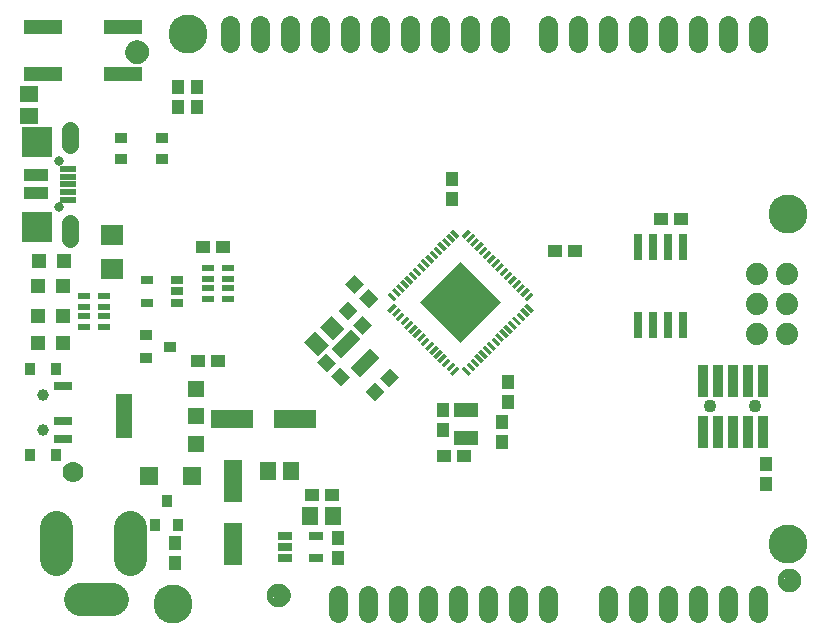
<source format=gbr>
G04 EAGLE Gerber RS-274X export*
G75*
%MOMM*%
%FSLAX34Y34*%
%LPD*%
%INSoldermask Top*%
%IPPOS*%
%AMOC8*
5,1,8,0,0,1.08239X$1,22.5*%
G01*
%ADD10C,3.301600*%
%ADD11C,1.879600*%
%ADD12C,1.601600*%
%ADD13R,1.341600X1.601600*%
%ADD14R,1.501600X3.657600*%
%ADD15R,3.657600X1.501600*%
%ADD16R,1.301600X1.301600*%
%ADD17R,1.501600X1.501600*%
%ADD18C,1.101600*%
%ADD19C,0.500000*%
%ADD20R,1.301600X0.651600*%
%ADD21R,1.401600X1.401600*%
%ADD22R,1.401600X3.701600*%
%ADD23R,1.176600X1.101600*%
%ADD24R,0.889000X0.990600*%
%ADD25R,1.101600X1.176600*%
%ADD26C,0.801600*%
%ADD27R,2.514600X2.514600*%
%ADD28C,1.409600*%
%ADD29R,2.101600X1.101600*%
%ADD30R,1.450000X0.500000*%
%ADD31R,1.904600X1.701600*%
%ADD32R,3.301600X1.301600*%
%ADD33R,1.601600X1.341600*%
%ADD34C,1.778000*%
%ADD35R,0.990600X0.889000*%
%ADD36R,1.091600X0.791600*%
%ADD37R,1.001600X0.551600*%
%ADD38R,0.861600X2.701600*%
%ADD39R,0.701600X2.301600*%
%ADD40R,1.101600X0.951600*%
%ADD41R,0.801600X0.321600*%
%ADD42R,4.801600X4.801600*%
%ADD43R,1.117600X2.301600*%
%ADD44R,2.001600X1.201600*%
%ADD45C,2.801600*%
%ADD46R,0.901600X1.101600*%
%ADD47R,1.601600X0.801600*%
%ADD48C,1.001600*%


D10*
X660400Y355600D03*
X660400Y76200D03*
X152400Y508000D03*
X139700Y25400D03*
D11*
X659130Y304800D03*
X659130Y279400D03*
X659130Y254000D03*
X633730Y304800D03*
X633730Y279400D03*
X633730Y254000D03*
D12*
X508000Y32900D02*
X508000Y17900D01*
X533400Y17900D02*
X533400Y32900D01*
X558800Y32900D02*
X558800Y17900D01*
X584200Y17900D02*
X584200Y32900D01*
X609600Y32900D02*
X609600Y17900D01*
X635000Y17900D02*
X635000Y32900D01*
D13*
X239370Y138430D03*
X220370Y138430D03*
D14*
X190754Y76330D03*
X190754Y129410D03*
D15*
X242440Y182626D03*
X189360Y182626D03*
D16*
X46060Y246380D03*
X25060Y246380D03*
D17*
X155914Y133858D03*
X118914Y133858D03*
D18*
X109220Y492760D03*
D19*
X109220Y500260D02*
X109039Y500258D01*
X108858Y500251D01*
X108677Y500240D01*
X108496Y500225D01*
X108316Y500205D01*
X108136Y500181D01*
X107957Y500153D01*
X107779Y500120D01*
X107602Y500083D01*
X107425Y500042D01*
X107250Y499997D01*
X107075Y499947D01*
X106902Y499893D01*
X106731Y499835D01*
X106560Y499773D01*
X106392Y499706D01*
X106225Y499636D01*
X106059Y499562D01*
X105896Y499483D01*
X105735Y499401D01*
X105575Y499315D01*
X105418Y499225D01*
X105263Y499131D01*
X105110Y499034D01*
X104960Y498932D01*
X104812Y498828D01*
X104666Y498719D01*
X104524Y498608D01*
X104384Y498492D01*
X104247Y498374D01*
X104112Y498252D01*
X103981Y498127D01*
X103853Y497999D01*
X103728Y497868D01*
X103606Y497733D01*
X103488Y497596D01*
X103372Y497456D01*
X103261Y497314D01*
X103152Y497168D01*
X103048Y497020D01*
X102946Y496870D01*
X102849Y496717D01*
X102755Y496562D01*
X102665Y496405D01*
X102579Y496245D01*
X102497Y496084D01*
X102418Y495921D01*
X102344Y495755D01*
X102274Y495588D01*
X102207Y495420D01*
X102145Y495249D01*
X102087Y495078D01*
X102033Y494905D01*
X101983Y494730D01*
X101938Y494555D01*
X101897Y494378D01*
X101860Y494201D01*
X101827Y494023D01*
X101799Y493844D01*
X101775Y493664D01*
X101755Y493484D01*
X101740Y493303D01*
X101729Y493122D01*
X101722Y492941D01*
X101720Y492760D01*
X109220Y500260D02*
X109401Y500258D01*
X109582Y500251D01*
X109763Y500240D01*
X109944Y500225D01*
X110124Y500205D01*
X110304Y500181D01*
X110483Y500153D01*
X110661Y500120D01*
X110838Y500083D01*
X111015Y500042D01*
X111190Y499997D01*
X111365Y499947D01*
X111538Y499893D01*
X111709Y499835D01*
X111880Y499773D01*
X112048Y499706D01*
X112215Y499636D01*
X112381Y499562D01*
X112544Y499483D01*
X112705Y499401D01*
X112865Y499315D01*
X113022Y499225D01*
X113177Y499131D01*
X113330Y499034D01*
X113480Y498932D01*
X113628Y498828D01*
X113774Y498719D01*
X113916Y498608D01*
X114056Y498492D01*
X114193Y498374D01*
X114328Y498252D01*
X114459Y498127D01*
X114587Y497999D01*
X114712Y497868D01*
X114834Y497733D01*
X114952Y497596D01*
X115068Y497456D01*
X115179Y497314D01*
X115288Y497168D01*
X115392Y497020D01*
X115494Y496870D01*
X115591Y496717D01*
X115685Y496562D01*
X115775Y496405D01*
X115861Y496245D01*
X115943Y496084D01*
X116022Y495921D01*
X116096Y495755D01*
X116166Y495588D01*
X116233Y495420D01*
X116295Y495249D01*
X116353Y495078D01*
X116407Y494905D01*
X116457Y494730D01*
X116502Y494555D01*
X116543Y494378D01*
X116580Y494201D01*
X116613Y494023D01*
X116641Y493844D01*
X116665Y493664D01*
X116685Y493484D01*
X116700Y493303D01*
X116711Y493122D01*
X116718Y492941D01*
X116720Y492760D01*
X116718Y492579D01*
X116711Y492398D01*
X116700Y492217D01*
X116685Y492036D01*
X116665Y491856D01*
X116641Y491676D01*
X116613Y491497D01*
X116580Y491319D01*
X116543Y491142D01*
X116502Y490965D01*
X116457Y490790D01*
X116407Y490615D01*
X116353Y490442D01*
X116295Y490271D01*
X116233Y490100D01*
X116166Y489932D01*
X116096Y489765D01*
X116022Y489599D01*
X115943Y489436D01*
X115861Y489275D01*
X115775Y489115D01*
X115685Y488958D01*
X115591Y488803D01*
X115494Y488650D01*
X115392Y488500D01*
X115288Y488352D01*
X115179Y488206D01*
X115068Y488064D01*
X114952Y487924D01*
X114834Y487787D01*
X114712Y487652D01*
X114587Y487521D01*
X114459Y487393D01*
X114328Y487268D01*
X114193Y487146D01*
X114056Y487028D01*
X113916Y486912D01*
X113774Y486801D01*
X113628Y486692D01*
X113480Y486588D01*
X113330Y486486D01*
X113177Y486389D01*
X113022Y486295D01*
X112865Y486205D01*
X112705Y486119D01*
X112544Y486037D01*
X112381Y485958D01*
X112215Y485884D01*
X112048Y485814D01*
X111880Y485747D01*
X111709Y485685D01*
X111538Y485627D01*
X111365Y485573D01*
X111190Y485523D01*
X111015Y485478D01*
X110838Y485437D01*
X110661Y485400D01*
X110483Y485367D01*
X110304Y485339D01*
X110124Y485315D01*
X109944Y485295D01*
X109763Y485280D01*
X109582Y485269D01*
X109401Y485262D01*
X109220Y485260D01*
X109039Y485262D01*
X108858Y485269D01*
X108677Y485280D01*
X108496Y485295D01*
X108316Y485315D01*
X108136Y485339D01*
X107957Y485367D01*
X107779Y485400D01*
X107602Y485437D01*
X107425Y485478D01*
X107250Y485523D01*
X107075Y485573D01*
X106902Y485627D01*
X106731Y485685D01*
X106560Y485747D01*
X106392Y485814D01*
X106225Y485884D01*
X106059Y485958D01*
X105896Y486037D01*
X105735Y486119D01*
X105575Y486205D01*
X105418Y486295D01*
X105263Y486389D01*
X105110Y486486D01*
X104960Y486588D01*
X104812Y486692D01*
X104666Y486801D01*
X104524Y486912D01*
X104384Y487028D01*
X104247Y487146D01*
X104112Y487268D01*
X103981Y487393D01*
X103853Y487521D01*
X103728Y487652D01*
X103606Y487787D01*
X103488Y487924D01*
X103372Y488064D01*
X103261Y488206D01*
X103152Y488352D01*
X103048Y488500D01*
X102946Y488650D01*
X102849Y488803D01*
X102755Y488958D01*
X102665Y489115D01*
X102579Y489275D01*
X102497Y489436D01*
X102418Y489599D01*
X102344Y489765D01*
X102274Y489932D01*
X102207Y490100D01*
X102145Y490271D01*
X102087Y490442D01*
X102033Y490615D01*
X101983Y490790D01*
X101938Y490965D01*
X101897Y491142D01*
X101860Y491319D01*
X101827Y491497D01*
X101799Y491676D01*
X101775Y491856D01*
X101755Y492036D01*
X101740Y492217D01*
X101729Y492398D01*
X101722Y492579D01*
X101720Y492760D01*
D18*
X661590Y45490D03*
D19*
X661590Y52990D02*
X661409Y52988D01*
X661228Y52981D01*
X661047Y52970D01*
X660866Y52955D01*
X660686Y52935D01*
X660506Y52911D01*
X660327Y52883D01*
X660149Y52850D01*
X659972Y52813D01*
X659795Y52772D01*
X659620Y52727D01*
X659445Y52677D01*
X659272Y52623D01*
X659101Y52565D01*
X658930Y52503D01*
X658762Y52436D01*
X658595Y52366D01*
X658429Y52292D01*
X658266Y52213D01*
X658105Y52131D01*
X657945Y52045D01*
X657788Y51955D01*
X657633Y51861D01*
X657480Y51764D01*
X657330Y51662D01*
X657182Y51558D01*
X657036Y51449D01*
X656894Y51338D01*
X656754Y51222D01*
X656617Y51104D01*
X656482Y50982D01*
X656351Y50857D01*
X656223Y50729D01*
X656098Y50598D01*
X655976Y50463D01*
X655858Y50326D01*
X655742Y50186D01*
X655631Y50044D01*
X655522Y49898D01*
X655418Y49750D01*
X655316Y49600D01*
X655219Y49447D01*
X655125Y49292D01*
X655035Y49135D01*
X654949Y48975D01*
X654867Y48814D01*
X654788Y48651D01*
X654714Y48485D01*
X654644Y48318D01*
X654577Y48150D01*
X654515Y47979D01*
X654457Y47808D01*
X654403Y47635D01*
X654353Y47460D01*
X654308Y47285D01*
X654267Y47108D01*
X654230Y46931D01*
X654197Y46753D01*
X654169Y46574D01*
X654145Y46394D01*
X654125Y46214D01*
X654110Y46033D01*
X654099Y45852D01*
X654092Y45671D01*
X654090Y45490D01*
X661590Y52990D02*
X661771Y52988D01*
X661952Y52981D01*
X662133Y52970D01*
X662314Y52955D01*
X662494Y52935D01*
X662674Y52911D01*
X662853Y52883D01*
X663031Y52850D01*
X663208Y52813D01*
X663385Y52772D01*
X663560Y52727D01*
X663735Y52677D01*
X663908Y52623D01*
X664079Y52565D01*
X664250Y52503D01*
X664418Y52436D01*
X664585Y52366D01*
X664751Y52292D01*
X664914Y52213D01*
X665075Y52131D01*
X665235Y52045D01*
X665392Y51955D01*
X665547Y51861D01*
X665700Y51764D01*
X665850Y51662D01*
X665998Y51558D01*
X666144Y51449D01*
X666286Y51338D01*
X666426Y51222D01*
X666563Y51104D01*
X666698Y50982D01*
X666829Y50857D01*
X666957Y50729D01*
X667082Y50598D01*
X667204Y50463D01*
X667322Y50326D01*
X667438Y50186D01*
X667549Y50044D01*
X667658Y49898D01*
X667762Y49750D01*
X667864Y49600D01*
X667961Y49447D01*
X668055Y49292D01*
X668145Y49135D01*
X668231Y48975D01*
X668313Y48814D01*
X668392Y48651D01*
X668466Y48485D01*
X668536Y48318D01*
X668603Y48150D01*
X668665Y47979D01*
X668723Y47808D01*
X668777Y47635D01*
X668827Y47460D01*
X668872Y47285D01*
X668913Y47108D01*
X668950Y46931D01*
X668983Y46753D01*
X669011Y46574D01*
X669035Y46394D01*
X669055Y46214D01*
X669070Y46033D01*
X669081Y45852D01*
X669088Y45671D01*
X669090Y45490D01*
X669088Y45309D01*
X669081Y45128D01*
X669070Y44947D01*
X669055Y44766D01*
X669035Y44586D01*
X669011Y44406D01*
X668983Y44227D01*
X668950Y44049D01*
X668913Y43872D01*
X668872Y43695D01*
X668827Y43520D01*
X668777Y43345D01*
X668723Y43172D01*
X668665Y43001D01*
X668603Y42830D01*
X668536Y42662D01*
X668466Y42495D01*
X668392Y42329D01*
X668313Y42166D01*
X668231Y42005D01*
X668145Y41845D01*
X668055Y41688D01*
X667961Y41533D01*
X667864Y41380D01*
X667762Y41230D01*
X667658Y41082D01*
X667549Y40936D01*
X667438Y40794D01*
X667322Y40654D01*
X667204Y40517D01*
X667082Y40382D01*
X666957Y40251D01*
X666829Y40123D01*
X666698Y39998D01*
X666563Y39876D01*
X666426Y39758D01*
X666286Y39642D01*
X666144Y39531D01*
X665998Y39422D01*
X665850Y39318D01*
X665700Y39216D01*
X665547Y39119D01*
X665392Y39025D01*
X665235Y38935D01*
X665075Y38849D01*
X664914Y38767D01*
X664751Y38688D01*
X664585Y38614D01*
X664418Y38544D01*
X664250Y38477D01*
X664079Y38415D01*
X663908Y38357D01*
X663735Y38303D01*
X663560Y38253D01*
X663385Y38208D01*
X663208Y38167D01*
X663031Y38130D01*
X662853Y38097D01*
X662674Y38069D01*
X662494Y38045D01*
X662314Y38025D01*
X662133Y38010D01*
X661952Y37999D01*
X661771Y37992D01*
X661590Y37990D01*
X661409Y37992D01*
X661228Y37999D01*
X661047Y38010D01*
X660866Y38025D01*
X660686Y38045D01*
X660506Y38069D01*
X660327Y38097D01*
X660149Y38130D01*
X659972Y38167D01*
X659795Y38208D01*
X659620Y38253D01*
X659445Y38303D01*
X659272Y38357D01*
X659101Y38415D01*
X658930Y38477D01*
X658762Y38544D01*
X658595Y38614D01*
X658429Y38688D01*
X658266Y38767D01*
X658105Y38849D01*
X657945Y38935D01*
X657788Y39025D01*
X657633Y39119D01*
X657480Y39216D01*
X657330Y39318D01*
X657182Y39422D01*
X657036Y39531D01*
X656894Y39642D01*
X656754Y39758D01*
X656617Y39876D01*
X656482Y39998D01*
X656351Y40123D01*
X656223Y40251D01*
X656098Y40382D01*
X655976Y40517D01*
X655858Y40654D01*
X655742Y40794D01*
X655631Y40936D01*
X655522Y41082D01*
X655418Y41230D01*
X655316Y41380D01*
X655219Y41533D01*
X655125Y41688D01*
X655035Y41845D01*
X654949Y42005D01*
X654867Y42166D01*
X654788Y42329D01*
X654714Y42495D01*
X654644Y42662D01*
X654577Y42830D01*
X654515Y43001D01*
X654457Y43172D01*
X654403Y43345D01*
X654353Y43520D01*
X654308Y43695D01*
X654267Y43872D01*
X654230Y44049D01*
X654197Y44227D01*
X654169Y44406D01*
X654145Y44586D01*
X654125Y44766D01*
X654110Y44947D01*
X654099Y45128D01*
X654092Y45309D01*
X654090Y45490D01*
D18*
X229070Y32830D03*
D19*
X229070Y40330D02*
X228889Y40328D01*
X228708Y40321D01*
X228527Y40310D01*
X228346Y40295D01*
X228166Y40275D01*
X227986Y40251D01*
X227807Y40223D01*
X227629Y40190D01*
X227452Y40153D01*
X227275Y40112D01*
X227100Y40067D01*
X226925Y40017D01*
X226752Y39963D01*
X226581Y39905D01*
X226410Y39843D01*
X226242Y39776D01*
X226075Y39706D01*
X225909Y39632D01*
X225746Y39553D01*
X225585Y39471D01*
X225425Y39385D01*
X225268Y39295D01*
X225113Y39201D01*
X224960Y39104D01*
X224810Y39002D01*
X224662Y38898D01*
X224516Y38789D01*
X224374Y38678D01*
X224234Y38562D01*
X224097Y38444D01*
X223962Y38322D01*
X223831Y38197D01*
X223703Y38069D01*
X223578Y37938D01*
X223456Y37803D01*
X223338Y37666D01*
X223222Y37526D01*
X223111Y37384D01*
X223002Y37238D01*
X222898Y37090D01*
X222796Y36940D01*
X222699Y36787D01*
X222605Y36632D01*
X222515Y36475D01*
X222429Y36315D01*
X222347Y36154D01*
X222268Y35991D01*
X222194Y35825D01*
X222124Y35658D01*
X222057Y35490D01*
X221995Y35319D01*
X221937Y35148D01*
X221883Y34975D01*
X221833Y34800D01*
X221788Y34625D01*
X221747Y34448D01*
X221710Y34271D01*
X221677Y34093D01*
X221649Y33914D01*
X221625Y33734D01*
X221605Y33554D01*
X221590Y33373D01*
X221579Y33192D01*
X221572Y33011D01*
X221570Y32830D01*
X229070Y40330D02*
X229251Y40328D01*
X229432Y40321D01*
X229613Y40310D01*
X229794Y40295D01*
X229974Y40275D01*
X230154Y40251D01*
X230333Y40223D01*
X230511Y40190D01*
X230688Y40153D01*
X230865Y40112D01*
X231040Y40067D01*
X231215Y40017D01*
X231388Y39963D01*
X231559Y39905D01*
X231730Y39843D01*
X231898Y39776D01*
X232065Y39706D01*
X232231Y39632D01*
X232394Y39553D01*
X232555Y39471D01*
X232715Y39385D01*
X232872Y39295D01*
X233027Y39201D01*
X233180Y39104D01*
X233330Y39002D01*
X233478Y38898D01*
X233624Y38789D01*
X233766Y38678D01*
X233906Y38562D01*
X234043Y38444D01*
X234178Y38322D01*
X234309Y38197D01*
X234437Y38069D01*
X234562Y37938D01*
X234684Y37803D01*
X234802Y37666D01*
X234918Y37526D01*
X235029Y37384D01*
X235138Y37238D01*
X235242Y37090D01*
X235344Y36940D01*
X235441Y36787D01*
X235535Y36632D01*
X235625Y36475D01*
X235711Y36315D01*
X235793Y36154D01*
X235872Y35991D01*
X235946Y35825D01*
X236016Y35658D01*
X236083Y35490D01*
X236145Y35319D01*
X236203Y35148D01*
X236257Y34975D01*
X236307Y34800D01*
X236352Y34625D01*
X236393Y34448D01*
X236430Y34271D01*
X236463Y34093D01*
X236491Y33914D01*
X236515Y33734D01*
X236535Y33554D01*
X236550Y33373D01*
X236561Y33192D01*
X236568Y33011D01*
X236570Y32830D01*
X236568Y32649D01*
X236561Y32468D01*
X236550Y32287D01*
X236535Y32106D01*
X236515Y31926D01*
X236491Y31746D01*
X236463Y31567D01*
X236430Y31389D01*
X236393Y31212D01*
X236352Y31035D01*
X236307Y30860D01*
X236257Y30685D01*
X236203Y30512D01*
X236145Y30341D01*
X236083Y30170D01*
X236016Y30002D01*
X235946Y29835D01*
X235872Y29669D01*
X235793Y29506D01*
X235711Y29345D01*
X235625Y29185D01*
X235535Y29028D01*
X235441Y28873D01*
X235344Y28720D01*
X235242Y28570D01*
X235138Y28422D01*
X235029Y28276D01*
X234918Y28134D01*
X234802Y27994D01*
X234684Y27857D01*
X234562Y27722D01*
X234437Y27591D01*
X234309Y27463D01*
X234178Y27338D01*
X234043Y27216D01*
X233906Y27098D01*
X233766Y26982D01*
X233624Y26871D01*
X233478Y26762D01*
X233330Y26658D01*
X233180Y26556D01*
X233027Y26459D01*
X232872Y26365D01*
X232715Y26275D01*
X232555Y26189D01*
X232394Y26107D01*
X232231Y26028D01*
X232065Y25954D01*
X231898Y25884D01*
X231730Y25817D01*
X231559Y25755D01*
X231388Y25697D01*
X231215Y25643D01*
X231040Y25593D01*
X230865Y25548D01*
X230688Y25507D01*
X230511Y25470D01*
X230333Y25437D01*
X230154Y25409D01*
X229974Y25385D01*
X229794Y25365D01*
X229613Y25350D01*
X229432Y25339D01*
X229251Y25332D01*
X229070Y25330D01*
X228889Y25332D01*
X228708Y25339D01*
X228527Y25350D01*
X228346Y25365D01*
X228166Y25385D01*
X227986Y25409D01*
X227807Y25437D01*
X227629Y25470D01*
X227452Y25507D01*
X227275Y25548D01*
X227100Y25593D01*
X226925Y25643D01*
X226752Y25697D01*
X226581Y25755D01*
X226410Y25817D01*
X226242Y25884D01*
X226075Y25954D01*
X225909Y26028D01*
X225746Y26107D01*
X225585Y26189D01*
X225425Y26275D01*
X225268Y26365D01*
X225113Y26459D01*
X224960Y26556D01*
X224810Y26658D01*
X224662Y26762D01*
X224516Y26871D01*
X224374Y26982D01*
X224234Y27098D01*
X224097Y27216D01*
X223962Y27338D01*
X223831Y27463D01*
X223703Y27591D01*
X223578Y27722D01*
X223456Y27857D01*
X223338Y27994D01*
X223222Y28134D01*
X223111Y28276D01*
X223002Y28422D01*
X222898Y28570D01*
X222796Y28720D01*
X222699Y28873D01*
X222605Y29028D01*
X222515Y29185D01*
X222429Y29345D01*
X222347Y29506D01*
X222268Y29669D01*
X222194Y29835D01*
X222124Y30002D01*
X222057Y30170D01*
X221995Y30341D01*
X221937Y30512D01*
X221883Y30685D01*
X221833Y30860D01*
X221788Y31035D01*
X221747Y31212D01*
X221710Y31389D01*
X221677Y31567D01*
X221649Y31746D01*
X221625Y31926D01*
X221605Y32106D01*
X221590Y32287D01*
X221579Y32468D01*
X221572Y32649D01*
X221570Y32830D01*
D16*
X26330Y316230D03*
X47330Y316230D03*
D13*
X255930Y100330D03*
X274930Y100330D03*
D20*
X234650Y83160D03*
X234650Y73660D03*
X234650Y64160D03*
X260650Y64160D03*
X260650Y83160D03*
D21*
X159278Y161404D03*
X159278Y184404D03*
X159278Y207404D03*
D22*
X98278Y184404D03*
D23*
X160410Y231140D03*
X177410Y231140D03*
X273930Y118110D03*
X256930Y118110D03*
D24*
X124714Y92710D03*
X144018Y92710D03*
X134366Y113030D03*
D25*
X140970Y60080D03*
X140970Y77080D03*
D26*
X43180Y400500D03*
X43180Y361500D03*
D27*
X24180Y345000D03*
X24180Y417000D03*
D28*
X52180Y414000D02*
X52180Y427080D01*
X52180Y348000D02*
X52180Y334920D01*
D29*
X23180Y388500D03*
X23180Y373500D03*
D30*
X50930Y394000D03*
X50930Y387500D03*
X50930Y381000D03*
X50930Y374500D03*
X50930Y368000D03*
D16*
X46060Y269240D03*
X25060Y269240D03*
X46060Y294640D03*
X25060Y294640D03*
D31*
X87630Y309630D03*
X87630Y338070D03*
D32*
X97500Y474030D03*
X29500Y474030D03*
X29500Y514030D03*
X97500Y514030D03*
D12*
X187960Y515500D02*
X187960Y500500D01*
X213360Y500500D02*
X213360Y515500D01*
X238760Y515500D02*
X238760Y500500D01*
X264160Y500500D02*
X264160Y515500D01*
X289560Y515500D02*
X289560Y500500D01*
X314960Y500500D02*
X314960Y515500D01*
X340360Y515500D02*
X340360Y500500D01*
X365760Y500500D02*
X365760Y515500D01*
X391160Y515500D02*
X391160Y500500D01*
X416560Y500500D02*
X416560Y515500D01*
X457200Y515500D02*
X457200Y500500D01*
X482600Y500500D02*
X482600Y515500D01*
X508000Y515500D02*
X508000Y500500D01*
X533400Y500500D02*
X533400Y515500D01*
X558800Y515500D02*
X558800Y500500D01*
X584200Y500500D02*
X584200Y515500D01*
X609600Y515500D02*
X609600Y500500D01*
X635000Y500500D02*
X635000Y515500D01*
X279400Y32900D02*
X279400Y17900D01*
X304800Y17900D02*
X304800Y32900D01*
X330200Y32900D02*
X330200Y17900D01*
X355600Y17900D02*
X355600Y32900D01*
X381000Y32900D02*
X381000Y17900D01*
X406400Y17900D02*
X406400Y32900D01*
X431800Y32900D02*
X431800Y17900D01*
X457200Y17900D02*
X457200Y32900D01*
D33*
X17780Y457810D03*
X17780Y438810D03*
D34*
X54610Y137160D03*
D35*
X137160Y243332D03*
X116840Y233680D03*
X116840Y252984D03*
D23*
X164728Y327914D03*
X181728Y327914D03*
D36*
X143202Y280822D03*
X143202Y290322D03*
X143202Y299822D03*
X117302Y299822D03*
X117302Y280822D03*
D37*
X80890Y286050D03*
X63890Y286050D03*
X80890Y277050D03*
X80890Y269050D03*
X80890Y260050D03*
X63890Y260050D03*
X63890Y277050D03*
X63890Y269050D03*
X169300Y284180D03*
X186300Y284180D03*
X169300Y293180D03*
X169300Y301180D03*
X169300Y310180D03*
X186300Y310180D03*
X186300Y293180D03*
X186300Y301180D03*
D38*
X638810Y171540D03*
X626110Y171540D03*
X613410Y171540D03*
X600710Y171540D03*
X588010Y171540D03*
X638810Y214540D03*
X626110Y214540D03*
X613410Y214540D03*
X600710Y214540D03*
X588010Y214540D03*
D18*
X632460Y193040D03*
X594360Y193040D03*
D25*
X641350Y144390D03*
X641350Y127390D03*
D39*
X558800Y327790D03*
X558800Y261490D03*
X571500Y327790D03*
X546100Y327790D03*
X533400Y327790D03*
X571500Y261490D03*
X546100Y261490D03*
X533400Y261490D03*
D23*
X569840Y351790D03*
X552840Y351790D03*
D40*
X130530Y402730D03*
X95530Y402730D03*
X130530Y420230D03*
X95530Y420230D03*
D41*
G36*
X386267Y226966D02*
X391935Y221298D01*
X389661Y219024D01*
X383993Y224692D01*
X386267Y226966D01*
G37*
G36*
X389802Y230502D02*
X395470Y224834D01*
X393196Y222560D01*
X387528Y228228D01*
X389802Y230502D01*
G37*
G36*
X393338Y234037D02*
X399006Y228369D01*
X396732Y226095D01*
X391064Y231763D01*
X393338Y234037D01*
G37*
G36*
X396873Y237573D02*
X402541Y231905D01*
X400267Y229631D01*
X394599Y235299D01*
X396873Y237573D01*
G37*
G36*
X400409Y241109D02*
X406077Y235441D01*
X403803Y233167D01*
X398135Y238835D01*
X400409Y241109D01*
G37*
G36*
X403944Y244644D02*
X409612Y238976D01*
X407338Y236702D01*
X401670Y242370D01*
X403944Y244644D01*
G37*
G36*
X407480Y248180D02*
X413148Y242512D01*
X410874Y240238D01*
X405206Y245906D01*
X407480Y248180D01*
G37*
G36*
X411015Y251715D02*
X416683Y246047D01*
X414409Y243773D01*
X408741Y249441D01*
X411015Y251715D01*
G37*
G36*
X414551Y255251D02*
X420219Y249583D01*
X417945Y247309D01*
X412277Y252977D01*
X414551Y255251D01*
G37*
G36*
X418087Y258786D02*
X423755Y253118D01*
X421481Y250844D01*
X415813Y256512D01*
X418087Y258786D01*
G37*
G36*
X421622Y262322D02*
X427290Y256654D01*
X425016Y254380D01*
X419348Y260048D01*
X421622Y262322D01*
G37*
G36*
X425158Y265857D02*
X430826Y260189D01*
X428552Y257915D01*
X422884Y263583D01*
X425158Y265857D01*
G37*
G36*
X428693Y269393D02*
X434361Y263725D01*
X432087Y261451D01*
X426419Y267119D01*
X428693Y269393D01*
G37*
G36*
X432229Y272928D02*
X437897Y267260D01*
X435623Y264986D01*
X429955Y270654D01*
X432229Y272928D01*
G37*
G36*
X435764Y276464D02*
X441432Y270796D01*
X439158Y268522D01*
X433490Y274190D01*
X435764Y276464D01*
G37*
G36*
X439300Y279999D02*
X444968Y274331D01*
X442694Y272057D01*
X437026Y277725D01*
X439300Y279999D01*
G37*
G36*
X437026Y284231D02*
X442694Y289899D01*
X444968Y287625D01*
X439300Y281957D01*
X437026Y284231D01*
G37*
G36*
X433490Y287766D02*
X439158Y293434D01*
X441432Y291160D01*
X435764Y285492D01*
X433490Y287766D01*
G37*
G36*
X429955Y291302D02*
X435623Y296970D01*
X437897Y294696D01*
X432229Y289028D01*
X429955Y291302D01*
G37*
G36*
X426419Y294837D02*
X432087Y300505D01*
X434361Y298231D01*
X428693Y292563D01*
X426419Y294837D01*
G37*
G36*
X422884Y298373D02*
X428552Y304041D01*
X430826Y301767D01*
X425158Y296099D01*
X422884Y298373D01*
G37*
G36*
X419348Y301909D02*
X425016Y307577D01*
X427290Y305303D01*
X421622Y299635D01*
X419348Y301909D01*
G37*
G36*
X415813Y305444D02*
X421481Y311112D01*
X423755Y308838D01*
X418087Y303170D01*
X415813Y305444D01*
G37*
G36*
X412277Y308980D02*
X417945Y314648D01*
X420219Y312374D01*
X414551Y306706D01*
X412277Y308980D01*
G37*
G36*
X408741Y312515D02*
X414409Y318183D01*
X416683Y315909D01*
X411015Y310241D01*
X408741Y312515D01*
G37*
G36*
X405206Y316051D02*
X410874Y321719D01*
X413148Y319445D01*
X407480Y313777D01*
X405206Y316051D01*
G37*
G36*
X401670Y319586D02*
X407338Y325254D01*
X409612Y322980D01*
X403944Y317312D01*
X401670Y319586D01*
G37*
G36*
X398135Y323122D02*
X403803Y328790D01*
X406077Y326516D01*
X400409Y320848D01*
X398135Y323122D01*
G37*
G36*
X394599Y326657D02*
X400267Y332325D01*
X402541Y330051D01*
X396873Y324383D01*
X394599Y326657D01*
G37*
G36*
X391064Y330193D02*
X396732Y335861D01*
X399006Y333587D01*
X393338Y327919D01*
X391064Y330193D01*
G37*
G36*
X387528Y333728D02*
X393196Y339396D01*
X395470Y337122D01*
X389802Y331454D01*
X387528Y333728D01*
G37*
G36*
X383993Y337264D02*
X389661Y342932D01*
X391935Y340658D01*
X386267Y334990D01*
X383993Y337264D01*
G37*
G36*
X379761Y334990D02*
X374093Y340658D01*
X376367Y342932D01*
X382035Y337264D01*
X379761Y334990D01*
G37*
G36*
X376226Y331454D02*
X370558Y337122D01*
X372832Y339396D01*
X378500Y333728D01*
X376226Y331454D01*
G37*
G36*
X372690Y327919D02*
X367022Y333587D01*
X369296Y335861D01*
X374964Y330193D01*
X372690Y327919D01*
G37*
G36*
X369155Y324383D02*
X363487Y330051D01*
X365761Y332325D01*
X371429Y326657D01*
X369155Y324383D01*
G37*
G36*
X365619Y320848D02*
X359951Y326516D01*
X362225Y328790D01*
X367893Y323122D01*
X365619Y320848D01*
G37*
G36*
X362084Y317312D02*
X356416Y322980D01*
X358690Y325254D01*
X364358Y319586D01*
X362084Y317312D01*
G37*
G36*
X358548Y313777D02*
X352880Y319445D01*
X355154Y321719D01*
X360822Y316051D01*
X358548Y313777D01*
G37*
G36*
X355012Y310241D02*
X349344Y315909D01*
X351618Y318183D01*
X357286Y312515D01*
X355012Y310241D01*
G37*
G36*
X351477Y306706D02*
X345809Y312374D01*
X348083Y314648D01*
X353751Y308980D01*
X351477Y306706D01*
G37*
G36*
X347941Y303170D02*
X342273Y308838D01*
X344547Y311112D01*
X350215Y305444D01*
X347941Y303170D01*
G37*
G36*
X344406Y299635D02*
X338738Y305303D01*
X341012Y307577D01*
X346680Y301909D01*
X344406Y299635D01*
G37*
G36*
X340870Y296099D02*
X335202Y301767D01*
X337476Y304041D01*
X343144Y298373D01*
X340870Y296099D01*
G37*
G36*
X337335Y292563D02*
X331667Y298231D01*
X333941Y300505D01*
X339609Y294837D01*
X337335Y292563D01*
G37*
G36*
X333799Y289028D02*
X328131Y294696D01*
X330405Y296970D01*
X336073Y291302D01*
X333799Y289028D01*
G37*
G36*
X330264Y285492D02*
X324596Y291160D01*
X326870Y293434D01*
X332538Y287766D01*
X330264Y285492D01*
G37*
G36*
X326728Y281957D02*
X321060Y287625D01*
X323334Y289899D01*
X329002Y284231D01*
X326728Y281957D01*
G37*
G36*
X329002Y277725D02*
X323334Y272057D01*
X321060Y274331D01*
X326728Y279999D01*
X329002Y277725D01*
G37*
G36*
X332538Y274190D02*
X326870Y268522D01*
X324596Y270796D01*
X330264Y276464D01*
X332538Y274190D01*
G37*
G36*
X336073Y270654D02*
X330405Y264986D01*
X328131Y267260D01*
X333799Y272928D01*
X336073Y270654D01*
G37*
G36*
X339609Y267119D02*
X333941Y261451D01*
X331667Y263725D01*
X337335Y269393D01*
X339609Y267119D01*
G37*
G36*
X343144Y263583D02*
X337476Y257915D01*
X335202Y260189D01*
X340870Y265857D01*
X343144Y263583D01*
G37*
G36*
X346680Y260048D02*
X341012Y254380D01*
X338738Y256654D01*
X344406Y262322D01*
X346680Y260048D01*
G37*
G36*
X350215Y256512D02*
X344547Y250844D01*
X342273Y253118D01*
X347941Y258786D01*
X350215Y256512D01*
G37*
G36*
X353751Y252977D02*
X348083Y247309D01*
X345809Y249583D01*
X351477Y255251D01*
X353751Y252977D01*
G37*
G36*
X357286Y249441D02*
X351618Y243773D01*
X349344Y246047D01*
X355012Y251715D01*
X357286Y249441D01*
G37*
G36*
X360822Y245906D02*
X355154Y240238D01*
X352880Y242512D01*
X358548Y248180D01*
X360822Y245906D01*
G37*
G36*
X364358Y242370D02*
X358690Y236702D01*
X356416Y238976D01*
X362084Y244644D01*
X364358Y242370D01*
G37*
G36*
X367893Y238835D02*
X362225Y233167D01*
X359951Y235441D01*
X365619Y241109D01*
X367893Y238835D01*
G37*
G36*
X371429Y235299D02*
X365761Y229631D01*
X363487Y231905D01*
X369155Y237573D01*
X371429Y235299D01*
G37*
G36*
X374964Y231763D02*
X369296Y226095D01*
X367022Y228369D01*
X372690Y234037D01*
X374964Y231763D01*
G37*
G36*
X378500Y228228D02*
X372832Y222560D01*
X370558Y224834D01*
X376226Y230502D01*
X378500Y228228D01*
G37*
G36*
X382035Y224692D02*
X376367Y219024D01*
X374093Y221298D01*
X379761Y226966D01*
X382035Y224692D01*
G37*
D42*
G36*
X383014Y314930D02*
X416966Y280978D01*
X383014Y247026D01*
X349062Y280978D01*
X383014Y314930D01*
G37*
D13*
G36*
X264065Y260367D02*
X273551Y269853D01*
X284875Y258529D01*
X275389Y249043D01*
X264065Y260367D01*
G37*
G36*
X250630Y246931D02*
X260116Y256417D01*
X271440Y245093D01*
X261954Y235607D01*
X250630Y246931D01*
G37*
D43*
G36*
X281741Y233897D02*
X273839Y241799D01*
X290113Y258073D01*
X298015Y250171D01*
X281741Y233897D01*
G37*
G36*
X297679Y217959D02*
X289777Y225861D01*
X306051Y242135D01*
X313953Y234233D01*
X297679Y217959D01*
G37*
D23*
G36*
X299487Y269859D02*
X307806Y261540D01*
X300017Y253751D01*
X291698Y262070D01*
X299487Y269859D01*
G37*
G36*
X287467Y281880D02*
X295786Y273561D01*
X287997Y265772D01*
X279678Y274091D01*
X287467Y281880D01*
G37*
D25*
X160174Y446314D03*
X160174Y463314D03*
X368300Y190110D03*
X368300Y173110D03*
D23*
X385690Y151130D03*
X368690Y151130D03*
D44*
X387350Y189800D03*
X387350Y165800D03*
D23*
G36*
X281272Y226153D02*
X289591Y217834D01*
X281802Y210045D01*
X273483Y218364D01*
X281272Y226153D01*
G37*
G36*
X269251Y238174D02*
X277570Y229855D01*
X269781Y222066D01*
X261462Y230385D01*
X269251Y238174D01*
G37*
G36*
X293639Y288414D02*
X285320Y296733D01*
X293109Y304522D01*
X301428Y296203D01*
X293639Y288414D01*
G37*
G36*
X305660Y276394D02*
X297341Y284713D01*
X305130Y292502D01*
X313449Y284183D01*
X305660Y276394D01*
G37*
G36*
X318646Y205447D02*
X310327Y197128D01*
X302538Y204917D01*
X310857Y213236D01*
X318646Y205447D01*
G37*
G36*
X330666Y217467D02*
X322347Y209148D01*
X314558Y216937D01*
X322877Y225256D01*
X330666Y217467D01*
G37*
D25*
X422820Y196496D03*
X422820Y213496D03*
X417830Y179950D03*
X417830Y162950D03*
X279156Y64788D03*
X279156Y81788D03*
X375394Y385690D03*
X375394Y368690D03*
D45*
X102980Y90970D02*
X102980Y63970D01*
X40480Y63970D02*
X40480Y90970D01*
X60980Y29470D02*
X87980Y29470D01*
D46*
X18210Y224460D03*
X40210Y224460D03*
X40210Y151460D03*
X18210Y151460D03*
D47*
X46710Y165460D03*
X46710Y180460D03*
X46710Y210460D03*
D48*
X29210Y202960D03*
X29210Y172960D03*
D23*
X479924Y324866D03*
X462924Y324866D03*
D25*
X143510Y446414D03*
X143510Y463414D03*
M02*

</source>
